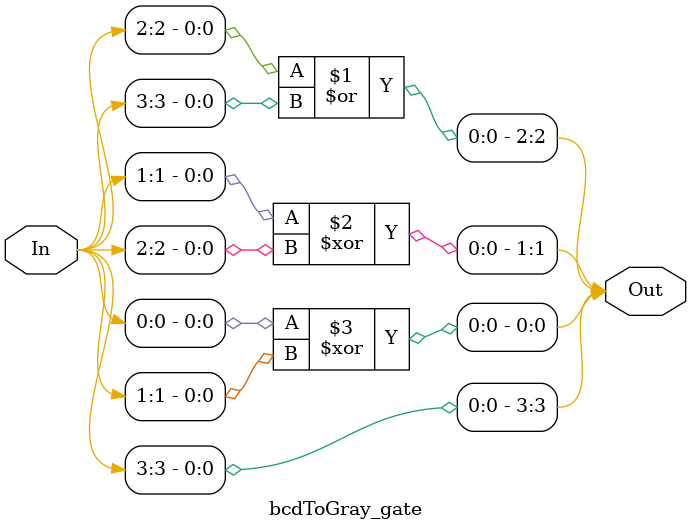
<source format=v>
module bcdToGray_gate(Out, In);
	output [3:0] Out;
	input [3:0] In;

	buf b1(Out[3], In[3]);
	or o1(Out[2], In[2], In[3]);
	xor x1(Out[1], In[1], In[2]);
	xor x2(Out[0], In[0], In[1]);
endmodule
</source>
